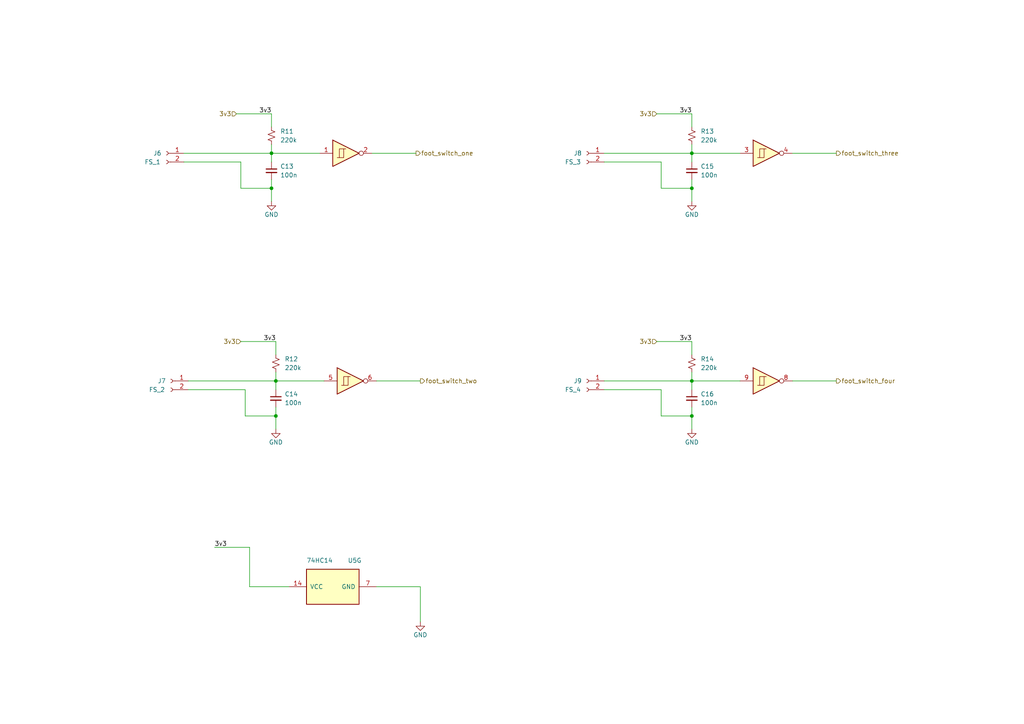
<source format=kicad_sch>
(kicad_sch (version 20210126) (generator eeschema)
  (paper "A4")
  (lib_symbols
    (symbol "74xx:74HC14" (pin_names (offset 1.016))
      (property "Reference" "U" (at 0 1.27 0))
      (property "Value" "74HC14" (at 0 -1.27 0))
      (symbol "74HC14_1_0"
        (polyline (pts (xy -3.81 3.81) (xy -3.81 -3.81) (xy 3.81 0) (xy -3.81 3.81)) (stroke (width 0.254)) (fill (type background)))
        (pin input line (at -7.62 0 0) (length 3.81) (name "~") (number "1"))
        (pin output inverted (at 7.62 0 180) (length 3.81) (name "~") (number "2"))
      )
      (symbol "74HC14_1_1"
        (polyline (pts (xy -1.905 -1.27) (xy -1.905 1.27) (xy -0.635 1.27)))
        (polyline (pts (xy -2.54 -1.27) (xy -0.635 -1.27) (xy -0.635 1.27) (xy 0 1.27)))
      )
      (symbol "74HC14_2_0"
        (polyline (pts (xy -3.81 3.81) (xy -3.81 -3.81) (xy 3.81 0) (xy -3.81 3.81)) (stroke (width 0.254)) (fill (type background)))
        (pin input line (at -7.62 0 0) (length 3.81) (name "~") (number "3"))
        (pin output inverted (at 7.62 0 180) (length 3.81) (name "~") (number "4"))
      )
      (symbol "74HC14_2_1"
        (polyline (pts (xy -1.905 -1.27) (xy -1.905 1.27) (xy -0.635 1.27)))
        (polyline (pts (xy -2.54 -1.27) (xy -0.635 -1.27) (xy -0.635 1.27) (xy 0 1.27)))
      )
      (symbol "74HC14_3_0"
        (polyline (pts (xy -3.81 3.81) (xy -3.81 -3.81) (xy 3.81 0) (xy -3.81 3.81)) (stroke (width 0.254)) (fill (type background)))
        (pin input line (at -7.62 0 0) (length 3.81) (name "~") (number "5"))
        (pin output inverted (at 7.62 0 180) (length 3.81) (name "~") (number "6"))
      )
      (symbol "74HC14_3_1"
        (polyline (pts (xy -1.905 -1.27) (xy -1.905 1.27) (xy -0.635 1.27)))
        (polyline (pts (xy -2.54 -1.27) (xy -0.635 -1.27) (xy -0.635 1.27) (xy 0 1.27)))
      )
      (symbol "74HC14_4_0"
        (polyline (pts (xy -3.81 3.81) (xy -3.81 -3.81) (xy 3.81 0) (xy -3.81 3.81)) (stroke (width 0.254)) (fill (type background)))
        (pin output inverted (at 7.62 0 180) (length 3.81) (name "~") (number "8"))
        (pin input line (at -7.62 0 0) (length 3.81) (name "~") (number "9"))
      )
      (symbol "74HC14_4_1"
        (polyline (pts (xy -1.905 -1.27) (xy -1.905 1.27) (xy -0.635 1.27)))
        (polyline (pts (xy -2.54 -1.27) (xy -0.635 -1.27) (xy -0.635 1.27) (xy 0 1.27)))
      )
      (symbol "74HC14_5_0"
        (polyline (pts (xy -3.81 3.81) (xy -3.81 -3.81) (xy 3.81 0) (xy -3.81 3.81)) (stroke (width 0.254)) (fill (type background)))
        (pin output inverted (at 7.62 0 180) (length 3.81) (name "~") (number "10"))
        (pin input line (at -7.62 0 0) (length 3.81) (name "~") (number "11"))
      )
      (symbol "74HC14_5_1"
        (polyline (pts (xy -1.905 -1.27) (xy -1.905 1.27) (xy -0.635 1.27)))
        (polyline (pts (xy -2.54 -1.27) (xy -0.635 -1.27) (xy -0.635 1.27) (xy 0 1.27)))
      )
      (symbol "74HC14_6_0"
        (polyline (pts (xy -3.81 3.81) (xy -3.81 -3.81) (xy 3.81 0) (xy -3.81 3.81)) (stroke (width 0.254)) (fill (type background)))
        (pin output inverted (at 7.62 0 180) (length 3.81) (name "~") (number "12"))
        (pin input line (at -7.62 0 0) (length 3.81) (name "~") (number "13"))
      )
      (symbol "74HC14_6_1"
        (polyline (pts (xy -1.905 -1.27) (xy -1.905 1.27) (xy -0.635 1.27)))
        (polyline (pts (xy -2.54 -1.27) (xy -0.635 -1.27) (xy -0.635 1.27) (xy 0 1.27)))
      )
      (symbol "74HC14_7_0"
        (pin power_in line (at 0 12.7 270) (length 5.08) (name "VCC") (number "14"))
        (pin power_in line (at 0 -12.7 90) (length 5.08) (name "GND") (number "7"))
      )
      (symbol "74HC14_7_1"
        (rectangle (start -5.08 7.62) (end 5.08 -7.62) (stroke (width 0.254)) (fill (type background)))
      )
    )
    (symbol "Connector:Conn_01x02_Female" (pin_names (offset 1.016) hide)
      (property "Reference" "J" (at 0 2.54 0))
      (property "Value" "Conn_01x02_Female" (at 0 -5.08 0))
      (symbol "Conn_01x02_Female_1_1"
        (arc (start 0 -2.032) (end 0 -3.048) (radius (at 0 -2.54) (length 0.508) (angles 90.1 -90.1)) (stroke (width 0.1524)))
        (arc (start 0 0.508) (end 0 -0.508) (radius (at 0 0) (length 0.508) (angles 90.1 -90.1)) (stroke (width 0.1524)))
        (polyline (pts (xy -1.27 -2.54) (xy -0.508 -2.54)) (stroke (width 0.1524)))
        (polyline (pts (xy -1.27 0) (xy -0.508 0)) (stroke (width 0.1524)))
        (pin passive line (at -5.08 0 0) (length 3.81) (name "Pin_1") (number "1"))
        (pin passive line (at -5.08 -2.54 0) (length 3.81) (name "Pin_2") (number "2"))
      )
    )
    (symbol "Device:C_Small" (pin_numbers hide) (pin_names (offset 0.254) hide)
      (property "Reference" "C" (at 0.254 1.778 0))
      (property "Value" "C_Small" (at 0.254 -2.032 0))
      (symbol "C_Small_0_1"
        (polyline (pts (xy -1.524 -0.508) (xy 1.524 -0.508)) (stroke (width 0.3302)))
        (polyline (pts (xy -1.524 0.508) (xy 1.524 0.508)) (stroke (width 0.3048)))
      )
      (symbol "C_Small_1_1"
        (pin passive line (at 0 2.54 270) (length 2.032) (name "~") (number "1"))
        (pin passive line (at 0 -2.54 90) (length 2.032) (name "~") (number "2"))
      )
    )
    (symbol "Device:R_Small_US" (pin_numbers hide) (pin_names (offset 0.254) hide)
      (property "Reference" "R" (at 0.762 0.508 0))
      (property "Value" "R_Small_US" (at 0.762 -1.016 0))
      (symbol "R_Small_US_1_1"
        (polyline (pts (xy 0 0) (xy 1.016 -0.381) (xy 0 -0.762) (xy -1.016 -1.143) (xy 0 -1.524)))
        (polyline (pts (xy 0 1.524) (xy 1.016 1.143) (xy 0 0.762) (xy -1.016 0.381) (xy 0 0)))
        (pin passive line (at 0 2.54 270) (length 1.016) (name "~") (number "1"))
        (pin passive line (at 0 -2.54 90) (length 1.016) (name "~") (number "2"))
      )
    )
    (symbol "power:GND" (power) (pin_names (offset 0))
      (property "Value" "GND" (at 0 -3.81 0))
      (symbol "GND_0_1"
        (polyline (pts (xy 0 0) (xy 0 -1.27) (xy 1.27 -1.27) (xy 0 -2.54) (xy -1.27 -1.27) (xy 0 -1.27)))
      )
      (symbol "GND_1_1"
        (pin power_in line (at 0 0 270) (length 0) hide (name "GND") (number "1"))
      )
    )
  )
  (junction (at 78.74 44.45) (diameter 0.9144))
  (junction (at 78.74 54.61) (diameter 0.9144))
  (junction (at 80.01 110.49) (diameter 0.9144))
  (junction (at 80.01 120.65) (diameter 0.9144))
  (junction (at 200.66 44.45) (diameter 0.9144))
  (junction (at 200.66 54.61) (diameter 0.9144))
  (junction (at 200.66 110.49) (diameter 0.9144))
  (junction (at 200.66 120.65) (diameter 0.9144))
  (wire (pts (xy 53.34 44.45) (xy 78.74 44.45)))
  (wire (pts (xy 53.34 46.99) (xy 69.85 46.99)))
  (wire (pts (xy 54.61 110.49) (xy 80.01 110.49)))
  (wire (pts (xy 54.61 113.03) (xy 71.12 113.03)))
  (wire (pts (xy 62.23 158.75) (xy 72.39 158.75)))
  (wire (pts (xy 68.58 33.02) (xy 78.74 33.02)))
  (wire (pts (xy 69.85 46.99) (xy 69.85 54.61)))
  (wire (pts (xy 69.85 54.61) (xy 78.74 54.61)))
  (wire (pts (xy 69.85 99.06) (xy 80.01 99.06)))
  (wire (pts (xy 71.12 113.03) (xy 71.12 120.65)))
  (wire (pts (xy 71.12 120.65) (xy 80.01 120.65)))
  (wire (pts (xy 72.39 170.18) (xy 72.39 158.75)))
  (wire (pts (xy 72.39 170.18) (xy 83.82 170.18)))
  (wire (pts (xy 78.74 36.83) (xy 78.74 33.02)))
  (wire (pts (xy 78.74 41.91) (xy 78.74 44.45)))
  (wire (pts (xy 78.74 44.45) (xy 78.74 46.99)))
  (wire (pts (xy 78.74 44.45) (xy 92.71 44.45)))
  (wire (pts (xy 78.74 54.61) (xy 78.74 52.07)))
  (wire (pts (xy 78.74 54.61) (xy 78.74 58.42)))
  (wire (pts (xy 80.01 102.87) (xy 80.01 99.06)))
  (wire (pts (xy 80.01 107.95) (xy 80.01 110.49)))
  (wire (pts (xy 80.01 110.49) (xy 80.01 113.03)))
  (wire (pts (xy 80.01 110.49) (xy 93.98 110.49)))
  (wire (pts (xy 80.01 120.65) (xy 80.01 118.11)))
  (wire (pts (xy 80.01 120.65) (xy 80.01 124.46)))
  (wire (pts (xy 107.95 44.45) (xy 120.65 44.45)))
  (wire (pts (xy 109.22 110.49) (xy 121.92 110.49)))
  (wire (pts (xy 109.22 170.18) (xy 121.92 170.18)))
  (wire (pts (xy 121.92 170.18) (xy 121.92 180.34)))
  (wire (pts (xy 175.26 44.45) (xy 200.66 44.45)))
  (wire (pts (xy 175.26 46.99) (xy 191.77 46.99)))
  (wire (pts (xy 175.26 110.49) (xy 200.66 110.49)))
  (wire (pts (xy 175.26 113.03) (xy 191.77 113.03)))
  (wire (pts (xy 190.5 33.02) (xy 200.66 33.02)))
  (wire (pts (xy 190.5 99.06) (xy 200.66 99.06)))
  (wire (pts (xy 191.77 46.99) (xy 191.77 54.61)))
  (wire (pts (xy 191.77 54.61) (xy 200.66 54.61)))
  (wire (pts (xy 191.77 113.03) (xy 191.77 120.65)))
  (wire (pts (xy 191.77 120.65) (xy 200.66 120.65)))
  (wire (pts (xy 200.66 36.83) (xy 200.66 33.02)))
  (wire (pts (xy 200.66 41.91) (xy 200.66 44.45)))
  (wire (pts (xy 200.66 44.45) (xy 200.66 46.99)))
  (wire (pts (xy 200.66 44.45) (xy 214.63 44.45)))
  (wire (pts (xy 200.66 54.61) (xy 200.66 52.07)))
  (wire (pts (xy 200.66 54.61) (xy 200.66 58.42)))
  (wire (pts (xy 200.66 102.87) (xy 200.66 99.06)))
  (wire (pts (xy 200.66 107.95) (xy 200.66 110.49)))
  (wire (pts (xy 200.66 110.49) (xy 200.66 113.03)))
  (wire (pts (xy 200.66 110.49) (xy 214.63 110.49)))
  (wire (pts (xy 200.66 120.65) (xy 200.66 118.11)))
  (wire (pts (xy 200.66 120.65) (xy 200.66 124.46)))
  (wire (pts (xy 229.87 44.45) (xy 242.57 44.45)))
  (wire (pts (xy 229.87 110.49) (xy 242.57 110.49)))
  (label "3v3" (at 62.23 158.75 0))
  (label "3v3" (at 78.74 33.02 180))
  (label "3v3" (at 80.01 99.06 180))
  (label "3v3" (at 200.66 33.02 180))
  (label "3v3" (at 200.66 99.06 180))
  (hierarchical_label "3v3" (shape input) (at 68.58 33.02 180))
  (hierarchical_label "3v3" (shape input) (at 69.85 99.06 180))
  (hierarchical_label "foot_switch_one" (shape output) (at 120.65 44.45 0))
  (hierarchical_label "foot_switch_two" (shape output) (at 121.92 110.49 0))
  (hierarchical_label "3v3" (shape input) (at 190.5 33.02 180))
  (hierarchical_label "3v3" (shape input) (at 190.5 99.06 180))
  (hierarchical_label "foot_switch_three" (shape output) (at 242.57 44.45 0))
  (hierarchical_label "foot_switch_four" (shape output) (at 242.57 110.49 0))
  (symbol (lib_id "power:GND") (at 78.74 58.42 0) (unit 1)
    (property "Reference" "#PWR0127" (effects hide))
    (property "Value" "GND" (at 78.74 62.23 0))
  )
  (symbol (lib_id "power:GND") (at 80.01 124.46 0) (unit 1)
    (property "Reference" "#PWR0123" (effects hide))
    (property "Value" "GND" (at 80.01 128.27 0))
  )
  (symbol (lib_id "power:GND") (at 121.92 180.34 0) (unit 1)
    (property "Reference" "#PWR0124" (effects hide))
    (property "Value" "GND" (at 121.92 184.15 0))
  )
  (symbol (lib_id "power:GND") (at 200.66 58.42 0) (unit 1)
    (property "Reference" "#PWR0126" (effects hide))
    (property "Value" "GND" (at 200.66 62.23 0))
  )
  (symbol (lib_id "power:GND") (at 200.66 124.46 0) (unit 1)
    (property "Reference" "#PWR0125" (effects hide))
    (property "Value" "GND" (at 200.66 128.27 0))
  )
  (symbol (lib_id "Device:R_Small_US") (at 78.74 39.37 0) (unit 1)
    (property "Reference" "R11" (at 81.28 38.1 0) (effects (justify left)))
    (property "Value" "220k" (at 81.28 40.64 0) (effects (justify left)))
    (property "Footprint" "Resistor_SMD:R_0603_1608Metric_Pad0.98x0.95mm_HandSolder" (effects hide))
  )
  (symbol (lib_id "Device:R_Small_US") (at 80.01 105.41 0) (unit 1)
    (property "Reference" "R12" (at 82.55 104.14 0) (effects (justify left)))
    (property "Value" "220k" (at 82.55 106.68 0) (effects (justify left)))
    (property "Footprint" "Resistor_SMD:R_0603_1608Metric_Pad0.98x0.95mm_HandSolder" (effects hide))
  )
  (symbol (lib_id "Device:R_Small_US") (at 200.66 39.37 0) (unit 1)
    (property "Reference" "R13" (at 203.2 38.1 0) (effects (justify left)))
    (property "Value" "220k" (at 203.2 40.64 0) (effects (justify left)))
    (property "Footprint" "Resistor_SMD:R_0603_1608Metric_Pad0.98x0.95mm_HandSolder" (effects hide))
  )
  (symbol (lib_id "Device:R_Small_US") (at 200.66 105.41 0) (unit 1)
    (property "Reference" "R14" (at 203.2 104.14 0) (effects (justify left)))
    (property "Value" "220k" (at 203.2 106.68 0) (effects (justify left)))
    (property "Footprint" "Resistor_SMD:R_0603_1608Metric_Pad0.98x0.95mm_HandSolder" (effects hide))
  )
  (symbol (lib_id "Device:C_Small") (at 78.74 49.53 0) (unit 1)
    (property "Reference" "C13" (at 81.28 48.26 0) (effects (justify left)))
    (property "Value" "100n" (at 81.28 50.8 0) (effects (justify left)))
    (property "Footprint" "Capacitor_SMD:C_0603_1608Metric_Pad1.08x0.95mm_HandSolder" (effects hide))
  )
  (symbol (lib_id "Device:C_Small") (at 80.01 115.57 0) (unit 1)
    (property "Reference" "C14" (at 82.55 114.3 0) (effects (justify left)))
    (property "Value" "100n" (at 82.55 116.84 0) (effects (justify left)))
    (property "Footprint" "Capacitor_SMD:C_0603_1608Metric_Pad1.08x0.95mm_HandSolder" (effects hide))
  )
  (symbol (lib_id "Device:C_Small") (at 200.66 49.53 0) (unit 1)
    (property "Reference" "C15" (at 203.2 48.26 0) (effects (justify left)))
    (property "Value" "100n" (at 203.2 50.8 0) (effects (justify left)))
    (property "Footprint" "Capacitor_SMD:C_0603_1608Metric_Pad1.08x0.95mm_HandSolder" (effects hide))
  )
  (symbol (lib_id "Device:C_Small") (at 200.66 115.57 0) (unit 1)
    (property "Reference" "C16" (at 203.2 114.3 0) (effects (justify left)))
    (property "Value" "100n" (at 203.2 116.84 0) (effects (justify left)))
    (property "Footprint" "Capacitor_SMD:C_0603_1608Metric_Pad1.08x0.95mm_HandSolder" (effects hide))
  )
  (symbol (lib_id "Connector:Conn_01x02_Female") (at 48.26 44.45 0) (mirror y) (unit 1)
    (property "Reference" "J6" (at 44.45 44.45 0) (effects (justify right)))
    (property "Value" "FS_1" (at 41.91 46.99 0) (effects (justify right)))
    (property "Footprint" "Connector_PinHeader_2.54mm:PinHeader_1x02_P2.54mm_Vertical" (effects hide))
  )
  (symbol (lib_id "Connector:Conn_01x02_Female") (at 49.53 110.49 0) (mirror y) (unit 1)
    (property "Reference" "J7" (at 45.72 110.49 0) (effects (justify right)))
    (property "Value" "FS_2" (at 43.18 113.03 0) (effects (justify right)))
    (property "Footprint" "Connector_PinHeader_2.54mm:PinHeader_1x02_P2.54mm_Vertical" (effects hide))
  )
  (symbol (lib_id "Connector:Conn_01x02_Female") (at 170.18 44.45 0) (mirror y) (unit 1)
    (property "Reference" "J8" (at 166.37 44.45 0) (effects (justify right)))
    (property "Value" "FS_3" (at 163.83 46.99 0) (effects (justify right)))
    (property "Footprint" "Connector_PinHeader_2.54mm:PinHeader_1x02_P2.54mm_Vertical" (effects hide))
  )
  (symbol (lib_id "Connector:Conn_01x02_Female") (at 170.18 110.49 0) (mirror y) (unit 1)
    (property "Reference" "J9" (at 166.37 110.49 0) (effects (justify right)))
    (property "Value" "FS_4" (at 163.83 113.03 0) (effects (justify right)))
    (property "Footprint" "Connector_PinHeader_2.54mm:PinHeader_1x02_P2.54mm_Vertical" (effects hide))
  )
  (symbol (lib_id "74xx:74HC14") (at 100.33 44.45 0) (unit 1)
    (property "Reference" "U5" (effects hide))
    (property "Value" "74HC14" (effects hide))
    (property "Footprint" "Package_SO:TSSOP-14_4.4x5mm_P0.65mm" (effects hide))
    (property "Datasheet" "http://www.ti.com/lit/gpn/sn74HC14" (effects hide))
  )
  (symbol (lib_id "74xx:74HC14") (at 101.6 110.49 0) (unit 3)
    (property "Reference" "U5" (effects hide))
    (property "Value" "74HC14" (effects hide))
    (property "Footprint" "Package_SO:TSSOP-14_4.4x5mm_P0.65mm" (effects hide))
    (property "Datasheet" "http://www.ti.com/lit/gpn/sn74HC14" (effects hide))
  )
  (symbol (lib_id "74xx:74HC14") (at 222.25 44.45 0) (unit 2)
    (property "Reference" "U5" (effects hide))
    (property "Value" "74HC14" (effects hide))
    (property "Footprint" "Package_SO:TSSOP-14_4.4x5mm_P0.65mm" (effects hide))
    (property "Datasheet" "http://www.ti.com/lit/gpn/sn74HC14" (effects hide))
  )
  (symbol (lib_id "74xx:74HC14") (at 222.25 110.49 0) (unit 4)
    (property "Reference" "U5" (effects hide))
    (property "Value" "74HC14" (effects hide))
    (property "Footprint" "Package_SO:TSSOP-14_4.4x5mm_P0.65mm" (effects hide))
    (property "Datasheet" "http://www.ti.com/lit/gpn/sn74HC14" (effects hide))
  )
  (symbol (lib_id "74xx:74HC14") (at 96.52 170.18 90) (mirror x) (unit 7)
    (property "Reference" "U5" (at 102.87 162.56 90))
    (property "Value" "74HC14" (at 92.71 162.56 90))
    (property "Footprint" "Package_SO:TSSOP-14_4.4x5mm_P0.65mm" (effects hide))
    (property "Datasheet" "http://www.ti.com/lit/gpn/sn74HC14" (effects hide))
  )
)
</source>
